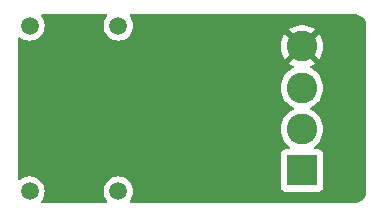
<source format=gbr>
%TF.GenerationSoftware,KiCad,Pcbnew,7.0.11-7.0.11~ubuntu22.04.1*%
%TF.CreationDate,2024-03-25T14:33:56+01:00*%
%TF.ProjectId,sensorshield,73656e73-6f72-4736-9869-656c642e6b69,rev?*%
%TF.SameCoordinates,Original*%
%TF.FileFunction,Copper,L2,Bot*%
%TF.FilePolarity,Positive*%
%FSLAX46Y46*%
G04 Gerber Fmt 4.6, Leading zero omitted, Abs format (unit mm)*
G04 Created by KiCad (PCBNEW 7.0.11-7.0.11~ubuntu22.04.1) date 2024-03-25 14:33:56*
%MOMM*%
%LPD*%
G01*
G04 APERTURE LIST*
%TA.AperFunction,ComponentPad*%
%ADD10R,2.600000X2.600000*%
%TD*%
%TA.AperFunction,ComponentPad*%
%ADD11C,2.600000*%
%TD*%
%TA.AperFunction,ViaPad*%
%ADD12C,0.600000*%
%TD*%
%TA.AperFunction,ViaPad*%
%ADD13C,1.500000*%
%TD*%
G04 APERTURE END LIST*
D10*
%TO.P,J2,1,Pin_1*%
%TO.N,+5V*%
X147045000Y-125750000D03*
D11*
%TO.P,J2,2,Pin_2*%
%TO.N,Net-(J2-Pin_2)*%
X147045000Y-122250000D03*
%TO.P,J2,3,Pin_3*%
%TO.N,Net-(J2-Pin_3)*%
X147045000Y-118750000D03*
%TO.P,J2,4,Pin_4*%
%TO.N,GND*%
X147045000Y-115250000D03*
%TD*%
D12*
%TO.N,GND*%
X128000000Y-120500000D03*
X143500000Y-120500000D03*
X141000000Y-127500000D03*
X126000000Y-126000000D03*
X132000000Y-116500000D03*
D13*
%TO.N,*%
X124000000Y-127500000D03*
X131500000Y-113500000D03*
X124000000Y-113500000D03*
X131500000Y-127500000D03*
%TD*%
%TA.AperFunction,Conductor*%
%TO.N,GND*%
G36*
X130502115Y-112520185D02*
G01*
X130547870Y-112572989D01*
X130557814Y-112642147D01*
X130536651Y-112695623D01*
X130412900Y-112872357D01*
X130412898Y-112872361D01*
X130320426Y-113070668D01*
X130320422Y-113070677D01*
X130263793Y-113282020D01*
X130263793Y-113282024D01*
X130244723Y-113499997D01*
X130244723Y-113500002D01*
X130263793Y-113717975D01*
X130263793Y-113717979D01*
X130320422Y-113929322D01*
X130320424Y-113929326D01*
X130320425Y-113929330D01*
X130366661Y-114028484D01*
X130412897Y-114127638D01*
X130412898Y-114127639D01*
X130538402Y-114306877D01*
X130693123Y-114461598D01*
X130872361Y-114587102D01*
X131070670Y-114679575D01*
X131282023Y-114736207D01*
X131464926Y-114752208D01*
X131499998Y-114755277D01*
X131500000Y-114755277D01*
X131500002Y-114755277D01*
X131528254Y-114752805D01*
X131717977Y-114736207D01*
X131929330Y-114679575D01*
X132127639Y-114587102D01*
X132306877Y-114461598D01*
X132461598Y-114306877D01*
X132587102Y-114127639D01*
X132679575Y-113929330D01*
X132736207Y-113717977D01*
X132752805Y-113528254D01*
X132755277Y-113500002D01*
X132755277Y-113499997D01*
X132750903Y-113450000D01*
X132736207Y-113282023D01*
X132700381Y-113148318D01*
X132679577Y-113070677D01*
X132679576Y-113070676D01*
X132679575Y-113070670D01*
X132587102Y-112872362D01*
X132587100Y-112872359D01*
X132587099Y-112872357D01*
X132463349Y-112695623D01*
X132441022Y-112629417D01*
X132458032Y-112561650D01*
X132508980Y-112513837D01*
X132564924Y-112500500D01*
X151434108Y-112500500D01*
X151494587Y-112500500D01*
X151505394Y-112500972D01*
X151535721Y-112503625D01*
X151662755Y-112514739D01*
X151684035Y-112518491D01*
X151801188Y-112549882D01*
X151831369Y-112557969D01*
X151851681Y-112565362D01*
X151989915Y-112629822D01*
X152008633Y-112640629D01*
X152133582Y-112728119D01*
X152150140Y-112742013D01*
X152257986Y-112849859D01*
X152271880Y-112866417D01*
X152359370Y-112991366D01*
X152370177Y-113010084D01*
X152434637Y-113148318D01*
X152442030Y-113168630D01*
X152481507Y-113315961D01*
X152485260Y-113337246D01*
X152499028Y-113494605D01*
X152499500Y-113505413D01*
X152499500Y-127494586D01*
X152499028Y-127505394D01*
X152485260Y-127662753D01*
X152481507Y-127684038D01*
X152442030Y-127831369D01*
X152434637Y-127851681D01*
X152370177Y-127989915D01*
X152359370Y-128008633D01*
X152271880Y-128133582D01*
X152257986Y-128150140D01*
X152150140Y-128257986D01*
X152133582Y-128271880D01*
X152008633Y-128359370D01*
X151989915Y-128370177D01*
X151851681Y-128434637D01*
X151831369Y-128442030D01*
X151684038Y-128481507D01*
X151662753Y-128485260D01*
X151505395Y-128499028D01*
X151494587Y-128499500D01*
X132564923Y-128499500D01*
X132497884Y-128479815D01*
X132452129Y-128427011D01*
X132442185Y-128357853D01*
X132463346Y-128304380D01*
X132587102Y-128127639D01*
X132679575Y-127929330D01*
X132736207Y-127717977D01*
X132755277Y-127500000D01*
X132754803Y-127494586D01*
X132749512Y-127434108D01*
X132736207Y-127282023D01*
X132679575Y-127070670D01*
X132587102Y-126872362D01*
X132587100Y-126872359D01*
X132587099Y-126872357D01*
X132461599Y-126693124D01*
X132461596Y-126693121D01*
X132306877Y-126538402D01*
X132168978Y-126441844D01*
X132127638Y-126412897D01*
X132028484Y-126366661D01*
X131929330Y-126320425D01*
X131929326Y-126320424D01*
X131929322Y-126320422D01*
X131717977Y-126263793D01*
X131500002Y-126244723D01*
X131499998Y-126244723D01*
X131354682Y-126257436D01*
X131282023Y-126263793D01*
X131282020Y-126263793D01*
X131070677Y-126320422D01*
X131070668Y-126320426D01*
X130872361Y-126412898D01*
X130872357Y-126412900D01*
X130693121Y-126538402D01*
X130538402Y-126693121D01*
X130412900Y-126872357D01*
X130412898Y-126872361D01*
X130320426Y-127070668D01*
X130320422Y-127070677D01*
X130263793Y-127282020D01*
X130263793Y-127282023D01*
X130262891Y-127292331D01*
X130244723Y-127499997D01*
X130244723Y-127500002D01*
X130263793Y-127717975D01*
X130263793Y-127717979D01*
X130320422Y-127929322D01*
X130320424Y-127929326D01*
X130320425Y-127929330D01*
X130357405Y-128008633D01*
X130412897Y-128127638D01*
X130428653Y-128150140D01*
X130536653Y-128304379D01*
X130558979Y-128370582D01*
X130541969Y-128438350D01*
X130491021Y-128486163D01*
X130435077Y-128499500D01*
X125064923Y-128499500D01*
X124997884Y-128479815D01*
X124952129Y-128427011D01*
X124942185Y-128357853D01*
X124963346Y-128304380D01*
X125087102Y-128127639D01*
X125179575Y-127929330D01*
X125236207Y-127717977D01*
X125255277Y-127500000D01*
X125254803Y-127494586D01*
X125249512Y-127434108D01*
X125236207Y-127282023D01*
X125179575Y-127070670D01*
X125087102Y-126872362D01*
X125087100Y-126872359D01*
X125087099Y-126872357D01*
X124961599Y-126693124D01*
X124961596Y-126693121D01*
X124806877Y-126538402D01*
X124668978Y-126441844D01*
X124627638Y-126412897D01*
X124528484Y-126366661D01*
X124429330Y-126320425D01*
X124429326Y-126320424D01*
X124429322Y-126320422D01*
X124217977Y-126263793D01*
X124000002Y-126244723D01*
X123999998Y-126244723D01*
X123854682Y-126257436D01*
X123782023Y-126263793D01*
X123782020Y-126263793D01*
X123570677Y-126320422D01*
X123570668Y-126320426D01*
X123372361Y-126412898D01*
X123372357Y-126412900D01*
X123195623Y-126536651D01*
X123129417Y-126558978D01*
X123061650Y-126541968D01*
X123013837Y-126491020D01*
X123000500Y-126435076D01*
X123000500Y-122250004D01*
X145239451Y-122250004D01*
X145259616Y-122519101D01*
X145319664Y-122782188D01*
X145319666Y-122782195D01*
X145418257Y-123033398D01*
X145553185Y-123267102D01*
X145689080Y-123437509D01*
X145721442Y-123478089D01*
X145837567Y-123585836D01*
X145919259Y-123661635D01*
X145919262Y-123661637D01*
X146009333Y-123723046D01*
X146053635Y-123777075D01*
X146061695Y-123846478D01*
X146030952Y-123909221D01*
X145971168Y-123945383D01*
X145939483Y-123949500D01*
X145697130Y-123949500D01*
X145697123Y-123949501D01*
X145637516Y-123955908D01*
X145502671Y-124006202D01*
X145502664Y-124006206D01*
X145387455Y-124092452D01*
X145387452Y-124092455D01*
X145301206Y-124207664D01*
X145301202Y-124207671D01*
X145250908Y-124342517D01*
X145244501Y-124402116D01*
X145244501Y-124402123D01*
X145244500Y-124402135D01*
X145244500Y-127097870D01*
X145244501Y-127097876D01*
X145250908Y-127157483D01*
X145301202Y-127292328D01*
X145301206Y-127292335D01*
X145387452Y-127407544D01*
X145387455Y-127407547D01*
X145502664Y-127493793D01*
X145502671Y-127493797D01*
X145637517Y-127544091D01*
X145637516Y-127544091D01*
X145644444Y-127544835D01*
X145697127Y-127550500D01*
X148392872Y-127550499D01*
X148452483Y-127544091D01*
X148587331Y-127493796D01*
X148702546Y-127407546D01*
X148788796Y-127292331D01*
X148839091Y-127157483D01*
X148845500Y-127097873D01*
X148845499Y-124402128D01*
X148839091Y-124342517D01*
X148788796Y-124207669D01*
X148788795Y-124207668D01*
X148788793Y-124207664D01*
X148702547Y-124092455D01*
X148702544Y-124092452D01*
X148587335Y-124006206D01*
X148587328Y-124006202D01*
X148452482Y-123955908D01*
X148452483Y-123955908D01*
X148392883Y-123949501D01*
X148392881Y-123949500D01*
X148392873Y-123949500D01*
X148392865Y-123949500D01*
X148150519Y-123949500D01*
X148083480Y-123929815D01*
X148037725Y-123877011D01*
X148027781Y-123807853D01*
X148056806Y-123744297D01*
X148080667Y-123723047D01*
X148114773Y-123699793D01*
X148170741Y-123661635D01*
X148368561Y-123478085D01*
X148536815Y-123267102D01*
X148671743Y-123033398D01*
X148770334Y-122782195D01*
X148830383Y-122519103D01*
X148850549Y-122250000D01*
X148830383Y-121980897D01*
X148770334Y-121717805D01*
X148671743Y-121466602D01*
X148536815Y-121232898D01*
X148368561Y-121021915D01*
X148368560Y-121021914D01*
X148368557Y-121021910D01*
X148170741Y-120838365D01*
X147947775Y-120686349D01*
X147947769Y-120686346D01*
X147947768Y-120686345D01*
X147947767Y-120686344D01*
X147792806Y-120611720D01*
X147740946Y-120564898D01*
X147722633Y-120497471D01*
X147743681Y-120430847D01*
X147792806Y-120388280D01*
X147947767Y-120313655D01*
X147947767Y-120313654D01*
X147947775Y-120313651D01*
X148170741Y-120161635D01*
X148368561Y-119978085D01*
X148536815Y-119767102D01*
X148671743Y-119533398D01*
X148770334Y-119282195D01*
X148830383Y-119019103D01*
X148850549Y-118750000D01*
X148830383Y-118480897D01*
X148770334Y-118217805D01*
X148671743Y-117966602D01*
X148536815Y-117732898D01*
X148368561Y-117521915D01*
X148368560Y-117521914D01*
X148368557Y-117521910D01*
X148170741Y-117338365D01*
X147947775Y-117186349D01*
X147947772Y-117186348D01*
X147947770Y-117186346D01*
X147792229Y-117111442D01*
X147740370Y-117064620D01*
X147722057Y-116997193D01*
X147743105Y-116930569D01*
X147792230Y-116888002D01*
X147947521Y-116813218D01*
X148130150Y-116688702D01*
X147292534Y-115851086D01*
X147360629Y-115824126D01*
X147493492Y-115727595D01*
X147598175Y-115601055D01*
X147646631Y-115498079D01*
X148482703Y-116334151D01*
X148482704Y-116334150D01*
X148536393Y-116266828D01*
X148536400Y-116266817D01*
X148671290Y-116033181D01*
X148769851Y-115782052D01*
X148769857Y-115782033D01*
X148829886Y-115519028D01*
X148829886Y-115519026D01*
X148850047Y-115250004D01*
X148850047Y-115249995D01*
X148829886Y-114980973D01*
X148829886Y-114980971D01*
X148769857Y-114717966D01*
X148769851Y-114717947D01*
X148671290Y-114466818D01*
X148671291Y-114466818D01*
X148536397Y-114233177D01*
X148482704Y-114165847D01*
X147647546Y-115001004D01*
X147637812Y-114971044D01*
X147549814Y-114832381D01*
X147430097Y-114719960D01*
X147295489Y-114645958D01*
X148130150Y-113811296D01*
X147947517Y-113686779D01*
X147947516Y-113686778D01*
X147704460Y-113569730D01*
X147704462Y-113569730D01*
X147446662Y-113490209D01*
X147446656Y-113490207D01*
X147179898Y-113450000D01*
X146910101Y-113450000D01*
X146643343Y-113490207D01*
X146643337Y-113490209D01*
X146385538Y-113569730D01*
X146142485Y-113686778D01*
X146142476Y-113686783D01*
X145959848Y-113811296D01*
X146797465Y-114648913D01*
X146729371Y-114675874D01*
X146596508Y-114772405D01*
X146491825Y-114898945D01*
X146443368Y-115001921D01*
X145607295Y-114165848D01*
X145553600Y-114233180D01*
X145418709Y-114466818D01*
X145320148Y-114717947D01*
X145320142Y-114717966D01*
X145260113Y-114980971D01*
X145260113Y-114980973D01*
X145239953Y-115249995D01*
X145239953Y-115250004D01*
X145260113Y-115519026D01*
X145260113Y-115519028D01*
X145320142Y-115782033D01*
X145320148Y-115782052D01*
X145418709Y-116033181D01*
X145418708Y-116033181D01*
X145553602Y-116266822D01*
X145607294Y-116334151D01*
X145607295Y-116334151D01*
X146442452Y-115498993D01*
X146452188Y-115528956D01*
X146540186Y-115667619D01*
X146659903Y-115780040D01*
X146794510Y-115854041D01*
X145959848Y-116688702D01*
X146142483Y-116813220D01*
X146142484Y-116813221D01*
X146297770Y-116888002D01*
X146349630Y-116934824D01*
X146367943Y-117002251D01*
X146346895Y-117068875D01*
X146297771Y-117111442D01*
X146142230Y-117186346D01*
X145919258Y-117338365D01*
X145721442Y-117521910D01*
X145553185Y-117732898D01*
X145418258Y-117966599D01*
X145418256Y-117966603D01*
X145319666Y-118217804D01*
X145319664Y-118217811D01*
X145259616Y-118480898D01*
X145239451Y-118749995D01*
X145239451Y-118750004D01*
X145259616Y-119019101D01*
X145319664Y-119282188D01*
X145319666Y-119282195D01*
X145418257Y-119533398D01*
X145553185Y-119767102D01*
X145689080Y-119937509D01*
X145721442Y-119978089D01*
X145908183Y-120151358D01*
X145919259Y-120161635D01*
X146142226Y-120313651D01*
X146142229Y-120313652D01*
X146142230Y-120313653D01*
X146297194Y-120388280D01*
X146349053Y-120435103D01*
X146367366Y-120502530D01*
X146346318Y-120569154D01*
X146297194Y-120611720D01*
X146142230Y-120686346D01*
X145919258Y-120838365D01*
X145721442Y-121021910D01*
X145553185Y-121232898D01*
X145418258Y-121466599D01*
X145418256Y-121466603D01*
X145319666Y-121717804D01*
X145319664Y-121717811D01*
X145259616Y-121980898D01*
X145239451Y-122249995D01*
X145239451Y-122250004D01*
X123000500Y-122250004D01*
X123000500Y-114564922D01*
X123020185Y-114497883D01*
X123072989Y-114452128D01*
X123142147Y-114442184D01*
X123195619Y-114463346D01*
X123372361Y-114587102D01*
X123570670Y-114679575D01*
X123782023Y-114736207D01*
X123964926Y-114752208D01*
X123999998Y-114755277D01*
X124000000Y-114755277D01*
X124000002Y-114755277D01*
X124028254Y-114752805D01*
X124217977Y-114736207D01*
X124429330Y-114679575D01*
X124627639Y-114587102D01*
X124806877Y-114461598D01*
X124961598Y-114306877D01*
X125087102Y-114127639D01*
X125179575Y-113929330D01*
X125236207Y-113717977D01*
X125252805Y-113528254D01*
X125255277Y-113500002D01*
X125255277Y-113499997D01*
X125250903Y-113450000D01*
X125236207Y-113282023D01*
X125200381Y-113148318D01*
X125179577Y-113070677D01*
X125179576Y-113070676D01*
X125179575Y-113070670D01*
X125087102Y-112872362D01*
X125087100Y-112872359D01*
X125087099Y-112872357D01*
X124963349Y-112695623D01*
X124941022Y-112629417D01*
X124958032Y-112561650D01*
X125008980Y-112513837D01*
X125064924Y-112500500D01*
X130435076Y-112500500D01*
X130502115Y-112520185D01*
G37*
%TD.AperFunction*%
%TD*%
M02*

</source>
